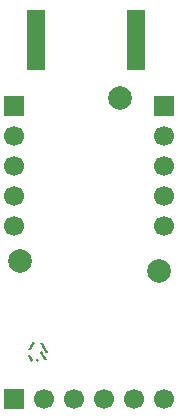
<source format=gbr>
%TF.GenerationSoftware,KiCad,Pcbnew,9.0.2*%
%TF.CreationDate,2025-10-14T12:10:58+02:00*%
%TF.ProjectId,1p6V_to_m1p6V_bias_gum,31703656-5f74-46f5-9f6d-317036565f62,rev?*%
%TF.SameCoordinates,Original*%
%TF.FileFunction,Soldermask,Bot*%
%TF.FilePolarity,Negative*%
%FSLAX46Y46*%
G04 Gerber Fmt 4.6, Leading zero omitted, Abs format (unit mm)*
G04 Created by KiCad (PCBNEW 9.0.2) date 2025-10-14 12:10:58*
%MOMM*%
%LPD*%
G01*
G04 APERTURE LIST*
%ADD10C,0.000000*%
%ADD11C,2.000000*%
%ADD12R,1.700000X1.700000*%
%ADD13C,1.700000*%
%ADD14R,1.500000X5.080000*%
G04 APERTURE END LIST*
D10*
%TO.C,G\u002A\u002A\u002A*%
G36*
X84250334Y-83521613D02*
G01*
X84306347Y-83618931D01*
X84296869Y-83637493D01*
X84294270Y-83642389D01*
X84285368Y-83658462D01*
X84272404Y-83681405D01*
X84256680Y-83708919D01*
X84239501Y-83738705D01*
X84191609Y-83821356D01*
X84177735Y-83795293D01*
X84176841Y-83793627D01*
X84167757Y-83777286D01*
X84154436Y-83753929D01*
X84138526Y-83726423D01*
X84121673Y-83697641D01*
X84116689Y-83689172D01*
X84102041Y-83664148D01*
X84090177Y-83643676D01*
X84082206Y-83629680D01*
X84079239Y-83624086D01*
X84079857Y-83622575D01*
X84085123Y-83612657D01*
X84094882Y-83595146D01*
X84108065Y-83571912D01*
X84123600Y-83544827D01*
X84140418Y-83515761D01*
X84157447Y-83486584D01*
X84173617Y-83459168D01*
X84194321Y-83424294D01*
X84250334Y-83521613D01*
G37*
G36*
X83887274Y-82059402D02*
G01*
X83893448Y-82070101D01*
X83910447Y-82099626D01*
X83925934Y-82126607D01*
X83938407Y-82148431D01*
X83946369Y-82162482D01*
X83960121Y-82187030D01*
X83891181Y-82306493D01*
X83883230Y-82320268D01*
X83860628Y-82359401D01*
X83833995Y-82405486D01*
X83804727Y-82456108D01*
X83774224Y-82508848D01*
X83743882Y-82561289D01*
X83715099Y-82611016D01*
X83607956Y-82796075D01*
X83489450Y-82797031D01*
X83483289Y-82797078D01*
X83447665Y-82797261D01*
X83416810Y-82797268D01*
X83392532Y-82797109D01*
X83376640Y-82796796D01*
X83370940Y-82796338D01*
X83373754Y-82791115D01*
X83382211Y-82776162D01*
X83395927Y-82752153D01*
X83414514Y-82719758D01*
X83437588Y-82679647D01*
X83464760Y-82632492D01*
X83495644Y-82578960D01*
X83529854Y-82519724D01*
X83567004Y-82455452D01*
X83606706Y-82386814D01*
X83648573Y-82314481D01*
X83692221Y-82239123D01*
X83737261Y-82161410D01*
X83841930Y-81980869D01*
X83887274Y-82059402D01*
G37*
G36*
X83607956Y-83215274D02*
G01*
X83718964Y-83408072D01*
X83719989Y-83409852D01*
X83745211Y-83453862D01*
X83768482Y-83494837D01*
X83789124Y-83531552D01*
X83806457Y-83562783D01*
X83819802Y-83587307D01*
X83828479Y-83603901D01*
X83831809Y-83611340D01*
X83829852Y-83618804D01*
X83822678Y-83635080D01*
X83811157Y-83658095D01*
X83796219Y-83685998D01*
X83778792Y-83716938D01*
X83759865Y-83749645D01*
X83742731Y-83778839D01*
X83730221Y-83799462D01*
X83721662Y-83812532D01*
X83716381Y-83819069D01*
X83713706Y-83820090D01*
X83712964Y-83816615D01*
X83712588Y-83815329D01*
X83709332Y-83808483D01*
X83702545Y-83795664D01*
X83691999Y-83776472D01*
X83677465Y-83750508D01*
X83658717Y-83717372D01*
X83635524Y-83676664D01*
X83607660Y-83627985D01*
X83574897Y-83570934D01*
X83537006Y-83505112D01*
X83493759Y-83430119D01*
X83444928Y-83345556D01*
X83390286Y-83251022D01*
X83381144Y-83235057D01*
X83373897Y-83222065D01*
X83371069Y-83216519D01*
X83371223Y-83216441D01*
X83378679Y-83215998D01*
X83396034Y-83215627D01*
X83421484Y-83215347D01*
X83453223Y-83215180D01*
X83489446Y-83215146D01*
X83607956Y-83215274D01*
G37*
G36*
X84551909Y-82824777D02*
G01*
X84560059Y-82835341D01*
X84571573Y-82852555D01*
X84586943Y-82877189D01*
X84606662Y-82910010D01*
X84631221Y-82951787D01*
X84661113Y-83003288D01*
X84676708Y-83030272D01*
X84709758Y-83087452D01*
X84746168Y-83150435D01*
X84784205Y-83216228D01*
X84822138Y-83281835D01*
X84858236Y-83344263D01*
X84890768Y-83400517D01*
X84898732Y-83414293D01*
X84924551Y-83459040D01*
X84948323Y-83500363D01*
X84969383Y-83537103D01*
X84987070Y-83568099D01*
X85000723Y-83592193D01*
X85009678Y-83608224D01*
X85013274Y-83615034D01*
X85012446Y-83617835D01*
X85006444Y-83619971D01*
X84993877Y-83621454D01*
X84973386Y-83622383D01*
X84943613Y-83622854D01*
X84903200Y-83622967D01*
X84790049Y-83622882D01*
X84646037Y-83373106D01*
X84620520Y-83328857D01*
X84590863Y-83277453D01*
X84562561Y-83228422D01*
X84536387Y-83183100D01*
X84513113Y-83142826D01*
X84493513Y-83108937D01*
X84478359Y-83082771D01*
X84468423Y-83065666D01*
X84456758Y-83045318D01*
X84445702Y-83025249D01*
X84438423Y-83011074D01*
X84436099Y-83005003D01*
X84438151Y-83000899D01*
X84445589Y-82987363D01*
X84457002Y-82967232D01*
X84471150Y-82942631D01*
X84486790Y-82915688D01*
X84502682Y-82888529D01*
X84517584Y-82863281D01*
X84530254Y-82842072D01*
X84539451Y-82827027D01*
X84543933Y-82820274D01*
X84546631Y-82820096D01*
X84551909Y-82824777D01*
G37*
G36*
X84664039Y-82189000D02*
G01*
X84755003Y-82346482D01*
X84761484Y-82357700D01*
X84786417Y-82400833D01*
X84815755Y-82451556D01*
X84848256Y-82507725D01*
X84882681Y-82567196D01*
X84917787Y-82627825D01*
X84952335Y-82687468D01*
X84985083Y-82743982D01*
X85009908Y-82786823D01*
X85036921Y-82833464D01*
X85061637Y-82876165D01*
X85083436Y-82913853D01*
X85101697Y-82945454D01*
X85115800Y-82969895D01*
X85125123Y-82986102D01*
X85129047Y-82993002D01*
X85129703Y-82994942D01*
X85128021Y-82997557D01*
X85121560Y-82999379D01*
X85108877Y-83000509D01*
X85088528Y-83001050D01*
X85059068Y-83001103D01*
X85019054Y-83000771D01*
X84904215Y-82999539D01*
X84861720Y-82925765D01*
X84822202Y-82857190D01*
X84772198Y-82770527D01*
X84727774Y-82693679D01*
X84688718Y-82626286D01*
X84654822Y-82567990D01*
X84625875Y-82518435D01*
X84601668Y-82477263D01*
X84581991Y-82444116D01*
X84566635Y-82418635D01*
X84555389Y-82400465D01*
X84548044Y-82389246D01*
X84544390Y-82384621D01*
X84539725Y-82378924D01*
X84529774Y-82364170D01*
X84516013Y-82342380D01*
X84499585Y-82315367D01*
X84481631Y-82284946D01*
X84465713Y-82257536D01*
X84450404Y-82231069D01*
X84438252Y-82209948D01*
X84430222Y-82195847D01*
X84427274Y-82190439D01*
X84427422Y-82190360D01*
X84434846Y-82189911D01*
X84452171Y-82189525D01*
X84477595Y-82189225D01*
X84509316Y-82189032D01*
X84545530Y-82188969D01*
X84664039Y-82189000D01*
G37*
%TD*%
D11*
%TO.C,TP1*%
X82750000Y-75200000D03*
%TD*%
D12*
%TO.C,CG1*%
X82240000Y-62150000D03*
D13*
X82240000Y-64690000D03*
X82240000Y-67230000D03*
X82240000Y-69770000D03*
X82240000Y-72310000D03*
D12*
X94940000Y-62150000D03*
D13*
X94940000Y-64690000D03*
X94940000Y-67230000D03*
X94940000Y-69770000D03*
X94940000Y-72310000D03*
D12*
X82240000Y-86915000D03*
D13*
X84780000Y-86915000D03*
X87320000Y-86915000D03*
X89860000Y-86915000D03*
X92400000Y-86915000D03*
X94940000Y-86915000D03*
%TD*%
D11*
%TO.C,TP4*%
X91175000Y-61425000D03*
%TD*%
D14*
%TO.C,J1*%
X84075000Y-56500000D03*
X92575000Y-56500000D03*
%TD*%
D11*
%TO.C,TP2*%
X94450000Y-76050000D03*
%TD*%
M02*

</source>
